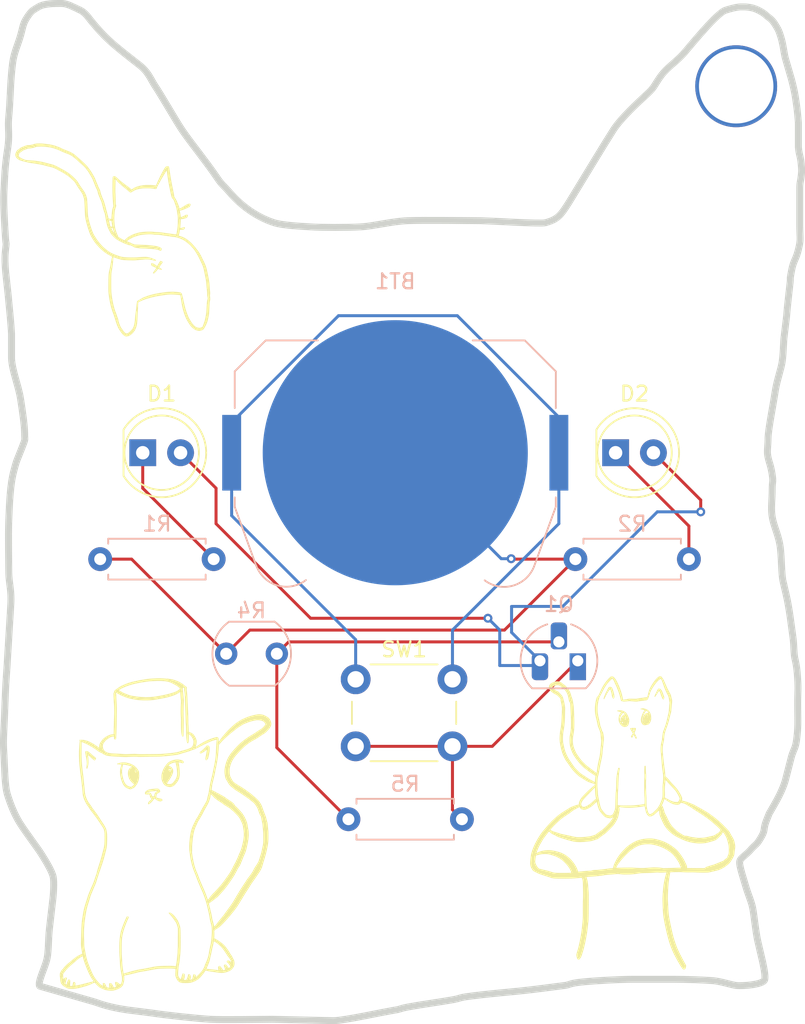
<source format=kicad_pcb>
(kicad_pcb (version 20240108) (generator "pcbnew") (generator_version "8.0")
  (layers (0 "F.Cu" signal) (31 "B.Cu" signal) (34 "B.Paste" user) (35 "F.Paste" user) (36 "B.SilkS" user "B.Silkscreen") (37 "F.SilkS" user "F.Silkscreen") (38 "B.Mask" user) (39 "F.Mask" user) (44 "Edge.Cuts" user))
  (net 0 "")
  (net 1 "Net-(BT1--)")
  (net 2 "Net-(BT1-+)")
  (net 3 "Net-(D1-K)")
  (net 4 "Net-(D1-A)")
  (net 5 "Net-(D2-K)")
  (net 6 "Net-(Q1-B)")
  (net 7 "Net-(Q1-C)")
  (footprint "LED_THT:LED_D5.0mm" (layer "F.Cu") (at 145.89125 99.21875)
    (property "Reference" "D1" (at 1.27 -3.96 0) (layer "F.SilkS"))
    (property "Value" "LED")
    (pad "1" thru_hole rect (at 0 0) (size 1.8 1.8) (drill 0.9) (layers "*.Cu" "*.Mask") (net 3 "Net-(D1-K)"))
    (pad "2" thru_hole circle (at 2.54 0) (size 1.8 1.8) (drill 0.9) (layers "*.Cu" "*.Mask") (net 4 "Net-(D1-A)"))
  )
  (footprint "LOGO" (layer "F.Cu") (at 178.59375 124.61875)
    (property "Reference" "G***" (hide yes))
    (property "Value" "LOGO" (hide yes))
  )
  (footprint "Button_Switch_THT:SW_PUSH_6mm" (layer "F.Cu") (at 160.1875 114.43125)
    (property "Reference" "SW1" (at 3.25 -2 0) (layer "F.SilkS"))
    (property "Value" "SW_Push")
    (pad "1" thru_hole circle (at 0 0 90) (size 2 2) (drill 1.1) (layers "*.Cu" "*.Mask") (net 2 "Net-(BT1-+)"))
    (pad "1" thru_hole circle (at 6.5 0 90) (size 2 2) (drill 1.1) (layers "*.Cu" "*.Mask") (net 2 "Net-(BT1-+)"))
    (pad "2" thru_hole circle (at 0 4.5 90) (size 2 2) (drill 1.1) (layers "*.Cu" "*.Mask") (net 7 "Net-(Q1-C)"))
    (pad "2" thru_hole circle (at 6.5 4.5 90) (size 2 2) (drill 1.1) (layers "*.Cu" "*.Mask") (net 7 "Net-(Q1-C)"))
  )
  (footprint "LED_THT:LED_D5.0mm" (layer "F.Cu") (at 177.64125 99.21875)
    (property "Reference" "D2" (at 1.27 -3.96 0) (layer "F.SilkS"))
    (property "Value" "LED")
    (pad "1" thru_hole rect (at 0 0) (size 1.8 1.8) (drill 0.9) (layers "*.Cu" "*.Mask") (net 5 "Net-(D2-K)"))
    (pad "2" thru_hole circle (at 2.54 0) (size 1.8 1.8) (drill 0.9) (layers "*.Cu" "*.Mask") (net 4 "Net-(D1-A)"))
  )
  (footprint "LOGO" (layer "F.Cu") (at 146.05 86.51875)
    (property "Reference" "G***" (hide yes))
    (property "Value" "LOGO" (hide yes))
  )
  (footprint "LOGO" (layer "F.Cu") (at 147.6375 124.61875)
    (property "Reference" "G***" (hide yes))
    (property "Value" "LOGO" (hide yes))
  )
  (footprint "Battery:BatteryHolder_Keystone_3034_1x20mm" (layer "B.Cu") (at 162.84625 99.21875 180)
    (property "Reference" "BT1" (at 0 11.5 0) (layer "B.SilkS") (effects (justify mirror)))
    (property "Value" "Battery_Cell")
    (pad "1" smd rect (at -10.985 0 180) (size 1.27 5.08) (layers "B.Cu" "B.Paste" "B.Mask") (net 2 "Net-(BT1-+)"))
    (pad "1" smd rect (at 10.985 0 180) (size 1.27 5.08) (layers "B.Cu" "B.Paste" "B.Mask") (net 2 "Net-(BT1-+)"))
    (pad "2" smd circle (at 0 0 180) (size 17.8 17.8) (layers "B.Cu" "B.Mask") (net 1 "Net-(BT1--)"))
  )
  (footprint "Resistor_THT:R_Axial_DIN0207_L6.3mm_D2.5mm_P7.62mm_Horizontal" (layer "B.Cu") (at 167.3225 123.825 180)
    (property "Reference" "R5" (at 3.81 2.37 0) (layer "B.SilkS") (effects (justify mirror)))
    (property "Value" "10k")
    (pad "1" thru_hole circle (at 0 0 180) (size 1.6 1.6) (drill 0.8) (layers "*.Cu" "*.Mask") (net 7 "Net-(Q1-C)"))
    (pad "2" thru_hole oval (at 7.62 0 180) (size 1.6 1.6) (drill 0.8) (layers "*.Cu" "*.Mask") (net 6 "Net-(Q1-B)"))
  )
  (footprint "Resistor_THT:R_Axial_DIN0207_L6.3mm_D2.5mm_P7.62mm_Horizontal" (layer "B.Cu") (at 182.5625 106.3625 180)
    (property "Reference" "R2" (at 3.81 2.37 0) (layer "B.SilkS") (effects (justify mirror)))
    (property "Value" "220")
    (pad "1" thru_hole circle (at 0 0 180) (size 1.6 1.6) (drill 0.8) (layers "*.Cu" "*.Mask") (net 5 "Net-(D2-K)"))
    (pad "2" thru_hole oval (at 7.62 0 180) (size 1.6 1.6) (drill 0.8) (layers "*.Cu" "*.Mask") (net 1 "Net-(BT1--)"))
  )
  (footprint "OptoDevice:R_LDR_5.1x4.3mm_P3.4mm_Vertical" (layer "B.Cu") (at 154.89375 112.7125 180)
    (property "Reference" "R4" (at 1.7 2.9 0) (layer "B.SilkS") (effects (justify mirror)))
    (property "Value" "R_Photo")
    (pad "1" thru_hole circle (at 0 0 180) (size 1.5 1.5) (drill 0.8) (layers "*.Cu" "*.Mask") (net 6 "Net-(Q1-B)"))
    (pad "2" thru_hole circle (at 3.4 0 180) (size 1.5 1.5) (drill 0.8) (layers "*.Cu" "*.Mask") (net 1 "Net-(BT1--)"))
  )
  (footprint "Resistor_THT:R_Axial_DIN0207_L6.3mm_D2.5mm_P7.62mm_Horizontal" (layer "B.Cu") (at 150.65375 106.3625 180)
    (property "Reference" "R1" (at 3.81 2.37 0) (layer "B.SilkS") (effects (justify mirror)))
    (property "Value" "220")
    (pad "1" thru_hole circle (at 0 0 180) (size 1.6 1.6) (drill 0.8) (layers "*.Cu" "*.Mask") (net 3 "Net-(D1-K)"))
    (pad "2" thru_hole oval (at 7.62 0 180) (size 1.6 1.6) (drill 0.8) (layers "*.Cu" "*.Mask") (net 1 "Net-(BT1--)"))
  )
  (footprint "Package_TO_SOT_THT:TO-92L_HandSolder" (layer "B.Cu") (at 175.10125 113.18875 180)
    (property "Reference" "Q1" (at 1.27 3.8 0) (layer "B.SilkS") (effects (justify mirror)))
    (property "Value" "NPN")
    (pad "1" thru_hole rect (at 0 0 180) (size 1.1 1.8) (drill 0.75 (offset 0 -0.4)) (layers "*.Cu" "*.Mask") (net 7 "Net-(Q1-C)"))
    (pad "2" thru_hole roundrect (at 1.27 1.27 180) (size 1.1 1.8) (drill 0.75 (offset 0 0.4)) (layers "*.Cu" "*.Mask") (net 6 "Net-(Q1-B)"))
    (pad "3" thru_hole roundrect (at 2.54 0 180) (size 1.1 1.8) (drill 0.75 (offset 0 -0.4)) (layers "*.Cu" "*.Mask") (net 4 "Net-(D1-A)"))
  )
  (gr_poly (pts (xy 140.49375 69.05625) (xy 140.570415 69.063914) (xy 140.646266 69.07619) (xy 140.721439 69.092672) (xy 140.79607 69.112952) (xy 140.870293 69.136623) (xy 140.944246 69.163278) (xy 141.018062 69.192511) (xy 141.165831 69.25708) (xy 141.314685 69.327076) (xy 141.465709 69.399242) (xy 141.619989 69.470323) (xy 141.658387 69.488088) (xy 141.695479 69.506632) (xy 141.731316 69.525923) (xy 141.765949 69.545926) (xy 141.831808 69.587932) (xy 141.893461 69.63238) (xy 141.951316 69.678999) (xy 142.00578 69.727517) (xy 142.057259 69.777662) (xy 142.106161 69.829164) (xy 142.152893 69.881752) (xy 142.197861 69.935153) (xy 142.284135 70.043311) (xy 142.368238 70.15147) (xy 142.453427 70.257459) (xy 142.661063 70.505609) (xy 142.789569 70.655457) (xy 142.933811 70.818871) (xy 143.093246 70.993137) (xy 143.267331 71.175542) (xy 143.455523 71.363373) (xy 143.657281 71.553917) (xy 143.875769 71.748892) (xy 144.11162 71.950378) (xy 144.360494 72.156206) (xy 144.618049 72.364203) (xy 145.141841 72.778028) (xy 145.64827 73.17449) (xy 145.763506 73.268959) (xy 145.866939 73.361597) (xy 145.959792 73.452743) (xy 146.043285 73.542736) (xy 146.118639 73.631915) (xy 146.187075 73.720619) (xy 146.249813 73.809188) (xy 146.308075 73.89796) (xy 146.363081 73.987274) (xy 146.416053 74.077471) (xy 146.520775 74.261865) (xy 146.632009 74.453856) (xy 146.693119 74.553548) (xy 146.75952 74.656156) (xy 146.920402 74.906477) (xy 147.117638 75.226251) (xy 147.575595 75.987341) (xy 148.042233 76.765795) (xy 148.250321 77.107273) (xy 148.426395 77.387979) (xy 148.591347 77.635858) (xy 148.773661 77.895132) (xy 148.973339 78.168513) (xy 149.19038 78.458715) (xy 149.676551 79.100433) (xy 150.232176 79.841989) (xy 150.370303 80.030058) (xy 150.490727 80.196218) (xy 150.595279 80.342438) (xy 150.685792 80.470685) (xy 150.944071 80.843272) (xy 150.991854 80.911154) (xy 151.036584 80.972863) (xy 151.080094 81.030368) (xy 151.124215 81.085634) (xy 151.170777 81.140629) (xy 151.221612 81.19732) (xy 151.278551 81.257673) (xy 151.343426 81.323656) (xy 151.478987 81.464914) (xy 151.611834 81.611597) (xy 151.893264 81.925583) (xy 152.053784 82.095056) (xy 152.141606 82.183387) (xy 152.235465 82.274295) (xy 152.336107 82.367917) (xy 152.444277 82.464387) (xy 152.560722 82.563841) (xy 152.686187 82.666416) (xy 152.816909 82.768425) (xy 152.948445 82.866094) (xy 153.080524 82.959421) (xy 153.212873 83.048408) (xy 153.345223 83.133054) (xy 153.477302 83.21336) (xy 153.608837 83.289324) (xy 153.739559 83.360948) (xy 153.869196 83.42823) (xy 153.997476 83.491172) (xy 154.124129 83.549773) (xy 154.248882 83.604034) (xy 154.371465 83.653953) (xy 154.491606 83.699532) (xy 154.609034 83.74077) (xy 154.723478 83.777667) (xy 154.842602 83.810799) (xy 154.973256 83.84088) (xy 155.113949 83.868111) (xy 155.263187 83.892698) (xy 155.581333 83.93475) (xy 155.915757 83.968662) (xy 156.254522 83.996063) (xy 156.58569 84.018581) (xy 157.177489 84.055478) (xy 157.484059 84.070671) (xy 157.867679 84.081524) (xy 158.77491 84.090205) (xy 159.716868 84.081524) (xy 160.143896 84.070671) (xy 160.511238 84.055478) (xy 160.679875 84.043677) (xy 160.855429 84.026178) (xy 161.22458 83.977344) (xy 162.016056 83.847119) (xy 162.42753 83.778752) (xy 162.842259 83.716895) (xy 163.254818 83.66806) (xy 163.458588 83.650561) (xy 163.65978 83.63876) (xy 164.153639 83.625466) (xy 164.797799 83.619226) (xy 166.304787 83.621397) (xy 168.567799 83.63876) (xy 169.436687 83.673486) (xy 170.830814 83.74294) (xy 171.54714 83.774411) (xy 172.181532 83.79503) (xy 172.662911 83.798286) (xy 172.824008 83.791367) (xy 172.920195 83.777667) (xy 173.041738 83.742488) (xy 173.163281 83.704596) (xy 173.224053 83.683785) (xy 173.284824 83.661278) (xy 173.345596 83.636737) (xy 173.406368 83.609821) (xy 173.467139 83.580193) (xy 173.527911 83.547512) (xy 173.588683 83.511441) (xy 173.649454 83.471638) (xy 173.710226 83.427767) (xy 173.770997 83.379486) (xy 173.831769 83.326458) (xy 173.89254 83.268343) (xy 173.955923 83.200223) (xy 174.024121 83.118404) (xy 174.096525 83.024375) (xy 174.172523 82.91963) (xy 174.332862 82.68396) (xy 174.500255 82.42333) (xy 174.836669 81.87494) (xy 175.142697 81.369957) (xy 176.271309 79.517875) (xy 176.972352 78.374792) (xy 177.504102 77.526885) (xy 177.606892 77.376245) (xy 177.723042 77.220315) (xy 177.850724 77.060315) (xy 177.988104 76.897467) (xy 178.133351 76.73299) (xy 178.284636 76.568107) (xy 178.597989 76.242003) (xy 178.913512 75.928921) (xy 179.216555 75.638629) (xy 179.726602 75.165479) (xy 179.823479 75.075147) (xy 179.906927 74.994107) (xy 179.978709 74.920799) (xy 180.040588 74.853663) (xy 180.094328 74.79114) (xy 180.141693 74.731668) (xy 180.184445 74.673689) (xy 180.224349 74.615642) (xy 180.302665 74.493104) (xy 180.390747 74.351575) (xy 180.502705 74.178576) (xy 180.572045 74.076374) (xy 180.652644 73.961625) (xy 180.741043 73.843722) (xy 180.832426 73.732466) (xy 180.926522 73.626907) (xy 181.02306 73.526096) (xy 181.121768 73.429083) (xy 181.222375 73.334919) (xy 181.428203 73.151339) (xy 181.638371 72.967758) (xy 181.85071 72.776581) (xy 181.957015 72.67577) (xy 182.063048 72.570211) (xy 182.168539 72.458955) (xy 182.273216 72.341052) (xy 182.856334 71.652309) (xy 183.235252 71.211354) (xy 183.639129 70.755206) (xy 183.842627 70.532965) (xy 184.043005 70.320762) (xy 184.237144 70.12321) (xy 184.421922 69.94492) (xy 184.594221 69.790504) (xy 184.75092 69.664575) (xy 184.822444 69.613734) (xy 184.888899 69.571745) (xy 184.949893 69.539183) (xy 185.005038 69.516625) (xy 185.107025 69.483504) (xy 185.204536 69.453503) (xy 185.297434 69.426485) (xy 185.385585 69.402317) (xy 185.468852 69.380862) (xy 185.5471 69.361984) (xy 185.620193 69.345547) (xy 185.687996 69.331417) (xy 185.750373 69.319457) (xy 185.807187 69.309532) (xy 185.903589 69.295243) (xy 185.976116 69.287466) (xy 186.023683 69.285115) (xy 186.255197 69.285115) (xy 186.345992 69.287285) (xy 186.443298 69.293797) (xy 186.544945 69.304649) (xy 186.648763 69.319841) (xy 186.700807 69.329066) (xy 186.752581 69.339375) (xy 186.803811 69.35077) (xy 186.854228 69.36325) (xy 186.903559 69.376815) (xy 186.951534 69.391465) (xy 186.997881 69.4072) (xy 187.042329 69.424021) (xy 187.086755 69.442436) (xy 187.132945 69.462817) (xy 187.18049 69.484962) (xy 187.228986 69.508667) (xy 187.278024 69.533729) (xy 187.327197 69.559943) (xy 187.3761 69.587107) (xy 187.424323 69.615017) (xy 187.471462 69.64347) (xy 187.517108 69.672262) (xy 187.560855 69.701189) (xy 187.602296 69.730049) (xy 187.641024 69.758637) (xy 187.676632 69.786751) (xy 187.708713 69.814186) (xy 187.73686 69.84074) (xy 187.763968 69.866321) (xy 187.79311 69.891292) (xy 187.856957 69.941302) (xy 187.927315 69.994568) (xy 187.964596 70.023608) (xy 188.003098 70.054887) (xy 188.042686 70.088879) (xy 188.083223 70.126058) (xy 188.124574 70.1669) (xy 188.166603 70.21188) (xy 188.209175 70.261472) (xy 188.252154 70.31615) (xy 188.295405 70.37639) (xy 188.338791 70.442667) (xy 188.417468 70.569817) (xy 188.482037 70.678518) (xy 188.510049 70.728325) (xy 188.535754 70.776367) (xy 188.559561 70.823597) (xy 188.581875 70.870961) (xy 188.603104 70.919411) (xy 188.623655 70.969896) (xy 188.643935 71.023365) (xy 188.66435 71.080767) (xy 188.707215 71.211173) (xy 188.755505 71.368708) (xy 188.780499 71.456022) (xy 188.803526 71.54415) (xy 188.844494 71.721762) (xy 188.880035 71.899374) (xy 188.911777 72.074815) (xy 188.970379 72.410505) (xy 189.000494 72.566413) (xy 189.033322 72.711469) (xy 189.450037 74.146833) (xy 189.519491 74.421029) (xy 189.588945 74.708246) (xy 189.623672 74.866234) (xy 189.658399 75.038872) (xy 189.693126 75.229959) (xy 189.727853 75.443292) (xy 189.789346 75.865798) (xy 189.814938 76.061858) (xy 189.837818 76.253578) (xy 189.858527 76.445297) (xy 189.877609 76.641358) (xy 189.913059 77.063864) (xy 189.913059 78.684437) (xy 189.922261 78.782886) (xy 189.932412 78.870821) (xy 189.943378 78.949668) (xy 189.955021 79.020851) (xy 189.967207 79.085794) (xy 189.9798 79.145921) (xy 190.005665 79.257425) (xy 190.031529 79.36676) (xy 190.044122 79.424174) (xy 190.056309 79.485319) (xy 190.067952 79.551618) (xy 190.078917 79.624496) (xy 190.089069 79.705378) (xy 190.09827 79.795687) (xy 190.124313 80.089416) (xy 190.130823 80.187989) (xy 190.132451 80.230425) (xy 190.132994 80.270283) (xy 190.132451 80.309057) (xy 190.130823 80.348237) (xy 190.124313 80.433787) (xy 190.113462 80.538871) (xy 190.09827 80.675426) (xy 190.0896 80.747875) (xy 190.080997 80.810082) (xy 190.064267 80.910555) (xy 190.034604 81.063207) (xy 190.022757 81.142517) (xy 190.017817 81.188853) (xy 190.013623 81.241904) (xy 190.010243 81.303365) (xy 190.007745 81.374932) (xy 190.006196 81.4583) (xy 190.005665 81.555166) (xy 190.005665 83.870271) (xy 190.00666 84.049239) (xy 190.009282 84.205961) (xy 190.017241 84.463516) (xy 190.025199 84.664641) (xy 190.027821 84.750824) (xy 190.028816 84.831039) (xy 190.027641 84.907998) (xy 190.023752 84.984414) (xy 190.016608 85.063001) (xy 190.005665 85.146471) (xy 189.990381 85.237538) (xy 189.970214 85.338915) (xy 189.944621 85.453313) (xy 189.913059 85.583448) (xy 189.878864 85.713514) (xy 189.845687 85.827438) (xy 189.813459 85.927525) (xy 189.782112 86.016083) (xy 189.75158 86.095415) (xy 189.721793 86.16783) (xy 189.664186 86.30113) (xy 189.60875 86.434429) (xy 189.581676 86.506844) (xy 189.554941 86.586177) (xy 189.528478 86.674734) (xy 189.502218 86.774822) (xy 189.476093 86.888745) (xy 189.450037 87.018812) (xy 189.408077 87.246343) (xy 189.383479 87.389229) (xy 189.376336 87.43639) (xy 189.371905 87.471342) (xy 189.369644 87.497071) (xy 189.369011 87.516559) (xy 189.371906 87.5918) (xy 189.371273 87.624853) (xy 189.369012 87.669573) (xy 189.364581 87.728943) (xy 189.357436 87.805947) (xy 189.241679 88.830381) (xy 189.175119 89.453288) (xy 189.147265 89.752533) (xy 189.125922 90.028447) (xy 188.940717 91.556415) (xy 188.882838 92.557698) (xy 188.862942 92.793097) (xy 188.836535 93.021442) (xy 188.820212 93.1328) (xy 188.801446 93.242191) (xy 188.779968 93.349547) (xy 188.755505 93.4548) (xy 188.529785 94.299814) (xy 188.474711 94.519206) (xy 188.423435 94.744024) (xy 188.377586 94.975354) (xy 188.338791 95.21428) (xy 188.227376 95.887107) (xy 188.072553 96.776975) (xy 187.997854 97.230049) (xy 187.935093 97.649481) (xy 187.891866 98.005971) (xy 187.879951 98.151456) (xy 187.875768 98.270219) (xy 187.874751 98.371244) (xy 187.87197 98.466369) (xy 187.862746 98.641358) (xy 187.841041 98.947385) (xy 187.837311 99.018297) (xy 187.835073 99.088191) (xy 187.834733 99.157678) (xy 187.8367 99.227368) (xy 187.84138 99.297872) (xy 187.84918 99.369801) (xy 187.860507 99.443764) (xy 187.875768 99.520373) (xy 187.910495 99.665067) (xy 187.945222 99.792398) (xy 188.014674 100.029697) (xy 188.0494 100.157027) (xy 188.084126 100.301722) (xy 188.10149 100.383293) (xy 188.118853 100.472461) (xy 188.136216 100.57031) (xy 188.15358 100.677927) (xy 188.168841 100.78145) (xy 188.180168 100.868018) (xy 188.187968 100.940206) (xy 188.192648 101.000593) (xy 188.194615 101.051756) (xy 188.194276 101.096272) (xy 188.192037 101.136718) (xy 188.188307 101.175672) (xy 188.177997 101.259414) (xy 188.166602 101.368115) (xy 188.161515 101.438269) (xy 188.157378 101.522395) (xy 188.154597 101.62307) (xy 188.15358 101.742872) (xy 188.149781 101.993193) (xy 188.140557 102.226151) (xy 188.118853 102.657339) (xy 188.112884 102.864252) (xy 188.112545 102.967437) (xy 188.114512 103.071164) (xy 188.119192 103.175977) (xy 188.126992 103.282417) (xy 188.138319 103.391028) (xy 188.15358 103.502352) (xy 188.173035 103.614207) (xy 188.196355 103.724367) (xy 188.223067 103.833306) (xy 188.252696 103.941499) (xy 188.318803 104.157545) (xy 188.390879 104.376305) (xy 188.465125 104.601575) (xy 188.537744 104.837155) (xy 188.572256 104.959998) (xy 188.604936 105.086843) (xy 188.635311 105.218164) (xy 188.662905 105.354437) (xy 188.68687 105.499018) (xy 188.707036 105.653772) (xy 188.738144 105.986749) (xy 188.760571 106.339259) (xy 188.778657 106.697196) (xy 188.796744 107.046451) (xy 188.819172 107.372917) (xy 188.83337 107.523195) (xy 188.850281 107.662486) (xy 188.870448 107.789026) (xy 188.894414 107.901051) (xy 188.949398 108.121709) (xy 188.952292 108.138349) (xy 188.972548 108.233123) (xy 189.07962 108.688185) (xy 189.162187 109.064119) (xy 189.236614 109.455788) (xy 189.303445 109.852882) (xy 189.363222 110.245094) (xy 189.542642 111.558915) (xy 189.558446 111.677802) (xy 189.571401 111.791601) (xy 189.590392 112.005296) (xy 189.602872 112.202713) (xy 189.612096 112.386565) (xy 189.621321 112.559565) (xy 189.633801 112.724425) (xy 189.642279 112.804651) (xy 189.652792 112.88386) (xy 189.665747 112.96239) (xy 189.681551 113.040581) (xy 189.743043 113.329246) (xy 189.768636 113.467881) (xy 189.791515 113.613569) (xy 189.812224 113.774451) (xy 189.831306 113.958664) (xy 189.849303 114.174349) (xy 189.866756 114.429643) (xy 189.880051 114.675985) (xy 189.88629 114.872407) (xy 189.887104 115.038444) (xy 189.88412 115.193628) (xy 189.873268 115.549575) (xy 189.868656 115.789405) (xy 189.866756 116.096517) (xy 189.878332 117.219344) (xy 189.8758 117.462068) (xy 189.866756 117.711303) (xy 189.849031 117.977902) (xy 189.820454 118.272717) (xy 189.803068 118.41853) (xy 189.785548 118.545013) (xy 189.767755 118.65454) (xy 189.749556 118.749484) (xy 189.730813 118.83222) (xy 189.711393 118.905121) (xy 189.691158 118.970561) (xy 189.669974 119.030914) (xy 189.647705 119.088554) (xy 189.624214 119.145855) (xy 189.573028 119.268935) (xy 189.545061 119.339462) (xy 189.515331 119.419145) (xy 189.483701 119.510359) (xy 189.450037 119.615476) (xy 189.033322 121.236047) (xy 188.987313 121.383025) (xy 188.936557 121.528511) (xy 188.881731 121.672097) (xy 188.823514 121.813378) (xy 188.762584 121.951945) (xy 188.69962 122.087392) (xy 188.635299 122.219313) (xy 188.5703 122.347299) (xy 188.440979 122.589843) (xy 188.317085 122.811768) (xy 188.107277 123.180738) (xy 188.038277 123.301739) (xy 187.998034 123.367394) (xy 187.976239 123.400493) (xy 187.962583 123.423824) (xy 187.946757 123.460179) (xy 187.918451 123.532345) (xy 187.783163 123.875269) (xy 187.736782 123.99662) (xy 187.700778 124.101625) (xy 187.673591 124.192386) (xy 187.653662 124.271007) (xy 187.63943 124.33959) (xy 187.629335 124.400237) (xy 187.615318 124.506134) (xy 187.608275 124.55559) (xy 187.59913 124.60552) (xy 187.586322 124.658028) (xy 187.568292 124.715216) (xy 187.543479 124.779186) (xy 187.510324 124.852042) (xy 187.467266 124.935885) (xy 187.412746 125.032818) (xy 187.355603 125.129164) (xy 187.305039 125.211064) (xy 187.260037 125.280348) (xy 187.219579 125.338847) (xy 187.182649 125.388394) (xy 187.148227 125.430819) (xy 187.115298 125.467953) (xy 187.082844 125.501628) (xy 187.049847 125.533676) (xy 187.01529 125.565927) (xy 186.937426 125.638364) (xy 186.892085 125.682213) (xy 186.841114 125.733591) (xy 186.783496 125.794329) (xy 186.718214 125.866258) (xy 186.683631 125.904522) (xy 186.64936 125.941227) (xy 186.581931 126.010228) (xy 186.516264 126.073803) (xy 186.452701 126.132495) (xy 186.391579 126.186845) (xy 186.333238 126.237398) (xy 186.226255 126.329278) (xy 186.178291 126.371692) (xy 186.134464 126.412477) (xy 186.095114 126.452178) (xy 186.077224 126.47179) (xy 186.06058 126.491336) (xy 186.045224 126.510881) (xy 186.0312 126.530494) (xy 186.018549 126.550242) (xy 186.007314 126.570194) (xy 185.997537 126.590418) (xy 185.989261 126.61098) (xy 185.982528 126.63195) (xy 185.97738 126.653394) (xy 185.971367 126.700578) (xy 185.970509 126.755222) (xy 185.974534 126.817191) (xy 185.98317 126.88635) (xy 185.996148 126.962563) (xy 186.013195 127.045694) (xy 186.058412 127.232168) (xy 186.116651 127.444687) (xy 186.185742 127.682166) (xy 186.347797 128.227663) (xy 186.390652 128.369983) (xy 186.432354 128.502401) (xy 186.512027 128.741327) (xy 186.654551 129.14213) (xy 186.716317 129.3192) (xy 186.771029 129.490844) (xy 186.795571 129.577005) (xy 186.818146 129.664658) (xy 186.838685 129.754753) (xy 186.857123 129.848239) (xy 186.89194 130.059401) (xy 186.9273 130.304747) (xy 187.001816 130.861094) (xy 187.085015 131.443487) (xy 187.131227 131.721389) (xy 187.181237 131.97813) (xy 187.516928 133.419286) (xy 187.595424 133.810774) (xy 187.626398 133.992173) (xy 187.650046 134.159396) (xy 187.665013 134.308985) (xy 187.669942 134.43748) (xy 187.663476 134.541422) (xy 187.655547 134.583105) (xy 187.64426 134.617352) (xy 187.627644 134.647063) (xy 187.604118 134.675433) (xy 187.574098 134.702482) (xy 187.537999 134.728224) (xy 187.496237 134.752678) (xy 187.449227 134.77586) (xy 187.341125 134.818477) (xy 187.217015 134.856211) (xy 187.080223 134.889196) (xy 186.93407 134.91757) (xy 186.781882 134.941467) (xy 186.62698 134.961024) (xy 186.472688 134.976375) (xy 186.179231 134.995004) (xy 185.928096 134.998441) (xy 185.826708 134.994801) (xy 185.745872 134.987769) (xy 185.673253 134.977008) (xy 185.594666 134.962448) (xy 185.421757 134.924103) (xy 185.02819 134.82571) (xy 184.816213 134.774344) (xy 184.599896 134.727318) (xy 184.491467 134.70679) (xy 184.383579 134.688975) (xy 184.276778 134.674416) (xy 184.171603 134.663655) (xy 183.642745 134.629652) (xy 182.96196 134.599989) (xy 182.237766 134.579008) (xy 181.578684 134.57105) (xy 178.800559 134.57105) (xy 178.450129 134.57521) (xy 178.037299 134.586966) (xy 177.104746 134.628927) (xy 176.163512 134.688251) (xy 175.73983 134.721711) (xy 175.374206 134.756255) (xy 175.220299 134.773608) (xy 175.087079 134.790892) (xy 174.972443 134.808041) (xy 174.874288 134.824986) (xy 174.790513 134.84166) (xy 174.719014 134.857995) (xy 174.657688 134.873923) (xy 174.604434 134.889376) (xy 174.430078 134.945084) (xy 174.385641 134.957146) (xy 174.33666 134.968326) (xy 174.281032 134.978556) (xy 174.216655 134.987769) (xy 172.920196 135.155614) (xy 172.015858 135.267752) (xy 171.207018 135.358186) (xy 169.702201 135.502878) (xy 168.889021 135.586078) (xy 168.058476 135.682301) (xy 167.710036 135.728421) (xy 167.580817 135.747615) (xy 167.476084 135.764774) (xy 167.391698 135.780306) (xy 167.323522 135.794617) (xy 167.219252 135.821204) (xy 167.130175 135.847792) (xy 167.023192 135.877635) (xy 166.952642 135.894795) (xy 166.865204 135.91399) (xy 166.756741 135.935627) (xy 166.623114 135.960112) (xy 165.946668 136.071525) (xy 165.170385 136.191621) (xy 164.402783 136.311719) (xy 163.752383 136.423135) (xy 163.625471 136.447608) (xy 163.520602 136.469164) (xy 163.43486 136.488144) (xy 163.365328 136.504885) (xy 163.309089 136.519727) (xy 163.263228 136.533009) (xy 163.190972 136.556251) (xy 163.125226 136.577322) (xy 163.087504 136.587891) (xy 163.04266 136.598935) (xy 162.987778 136.610794) (xy 162.919941 136.623805) (xy 162.836233 136.638308) (xy 162.733738 136.654643) (xy 161.94805 136.802232) (xy 160.754324 137.036636) (xy 160.126532 137.153838) (xy 159.543234 137.253677) (xy 159.053264 137.32313) (xy 158.858538 137.342392) (xy 158.705456 137.349175) (xy 154.584572 137.256569) (xy 152.518342 137.273933) (xy 151.309423 137.276103) (xy 150.803447 137.269863) (xy 150.417385 137.256569) (xy 150.047058 137.231066) (xy 149.581777 137.191457) (xy 148.49006 137.082936) (xy 147.389662 136.957052) (xy 146.913529 136.895738) (xy 146.52801 136.839849) (xy 144.832196 136.625704) (xy 144.32007 136.540967) (xy 144.05563 136.489069) (xy 143.786782 136.429643) (xy 143.514407 136.361806) (xy 143.239386 136.284677) (xy 142.962603 136.197374) (xy 142.684937 136.099015) (xy 138.980771 135.034072) (xy 138.96541 135.014307) (xy 138.953923 134.989895) (xy 138.946116 134.961074) (xy 138.941794 134.928083) (xy 138.942822 134.850536) (xy 138.955449 134.759152) (xy 138.978114 134.655831) (xy 139.009257 134.542472) (xy 139.047319 134.420975) (xy 139.090738 134.293237) (xy 139.286798 133.757869) (xy 139.376418 133.502123) (xy 139.413666 133.383881) (xy 139.443791 133.274593) (xy 139.467745 133.168265) (xy 139.487833 133.057731) (xy 139.504529 132.943129) (xy 139.518309 132.824592) (xy 139.539018 132.576261) (xy 139.553759 132.313822) (xy 139.580527 131.750962) (xy 139.600151 131.452712) (xy 139.629 131.144696) (xy 139.779482 129.836662) (xy 139.86051 129.153708) (xy 139.877495 128.974332) (xy 139.892357 128.781566) (xy 139.905804 128.548041) (xy 139.913589 128.294726) (xy 139.911466 128.042591) (xy 139.905362 127.923519) (xy 139.895188 127.812605) (xy 139.880415 127.712471) (xy 139.86051 127.625737) (xy 139.835104 127.545883) (xy 139.803426 127.460894) (xy 139.766174 127.371561) (xy 139.724046 127.278675) (xy 139.677742 127.183025) (xy 139.62796 127.085404) (xy 139.520754 126.887406) (xy 139.408015 126.691005) (xy 139.295332 126.502527) (xy 139.092479 126.174633) (xy 139.073375 126.144069) (xy 138.964312 125.978756) (xy 138.817266 125.767865) (xy 138.448297 125.252754) (xy 138.044601 124.685554) (xy 137.854147 124.409551) (xy 137.684312 124.153081) (xy 137.607794 124.030509) (xy 137.534464 123.906106) (xy 137.464253 123.780211) (xy 137.397095 123.653163) (xy 137.332921 123.525301) (xy 137.271664 123.396965) (xy 137.157627 123.140223) (xy 137.054443 122.885652) (xy 136.961567 122.635965) (xy 136.878459 122.393874) (xy 136.804575 122.162093) (xy 136.771962 122.041906) (xy 136.743351 121.908153) (xy 136.718403 121.762464) (xy 136.696778 121.606466) (xy 136.662142 121.270052) (xy 136.63673 120.911934) (xy 136.573064 119.522871) (xy 136.547019 119.045383) (xy 136.540507 118.861984) (xy 136.538336 118.689436) (xy 136.540506 118.508207) (xy 136.547017 118.298763) (xy 136.573064 117.717094) (xy 136.600558 117.115165) (xy 136.619367 116.652143) (xy 136.665668 115.448289) (xy 136.683032 115.054449) (xy 136.700396 114.728435) (xy 136.735122 114.20392) (xy 136.769848 113.722813) (xy 136.787211 113.45106) (xy 136.804575 113.133186) (xy 137.036085 109.336416) (xy 137.042156 109.168028) (xy 137.043411 109.009407) (xy 137.04046 108.859468) (xy 137.033915 108.717125) (xy 137.024386 108.581294) (xy 137.012482 108.450888) (xy 136.983995 108.202014) (xy 136.953338 107.961822) (xy 136.925394 107.72163) (xy 136.913965 107.598821) (xy 136.905046 107.472757) (xy 136.899247 107.342351) (xy 136.897179 107.206519) (xy 136.879816 105.62646) (xy 136.877645 104.660628) (xy 136.883885 104.185037) (xy 136.897179 103.733863) (xy 136.898469 103.701638) (xy 136.936016 102.838649) (xy 136.960302 102.411793) (xy 136.991079 101.993657) (xy 137.030455 101.588461) (xy 137.080542 101.200425) (xy 137.110262 101.014162) (xy 137.143451 100.833771) (xy 137.180373 100.659781) (xy 137.221292 100.492718) (xy 137.296352 100.210655) (xy 137.352963 100.007269) (xy 137.398723 99.857059) (xy 137.441226 99.734521) (xy 137.730614 99.01105) (xy 137.833618 98.746893) (xy 137.903524 98.564669) (xy 137.92793 98.49733) (xy 137.946299 98.442131) (xy 137.959378 98.396293) (xy 137.967913 98.357033) (xy 137.972649 98.321572) (xy 137.974333 98.287128) (xy 137.973712 98.25092) (xy 137.97153 98.210168) (xy 137.965471 98.103909) (xy 137.963086 98.032839) (xy 137.962125 97.946102) (xy 137.955885 97.734487) (xy 137.93825 97.485975) (xy 137.910849 97.207078) (xy 137.875309 96.904306) (xy 137.786322 96.253183) (xy 137.684312 95.584697) (xy 137.65517 95.418717) (xy 137.620466 95.250906) (xy 137.538172 94.911146) (xy 137.348623 94.224573) (xy 137.256561 93.883186) (xy 137.176437 93.546682) (xy 137.143226 93.38111) (xy 137.115847 93.217775) (xy 137.095251 93.057018) (xy 137.082387 92.899177) (xy 137.082387 91.232301) (xy 137.039703 90.624586) (xy 136.983995 89.982145) (xy 136.850877 88.593083) (xy 136.68882 87.105628) (xy 136.659157 86.740547) (xy 136.642517 86.385775) (xy 136.640437 86.213442) (xy 136.64324 86.045111) (xy 136.65147 85.881257) (xy 136.665668 85.722353) (xy 136.711248 85.31504) (xy 136.718573 85.226686) (xy 136.719081 85.197329) (xy 136.717758 85.172516) (xy 136.698224 85.038674) (xy 136.68276 84.894975) (xy 136.674316 84.789925) (xy 136.665668 84.657405) (xy 136.625155 83.978791) (xy 136.58464 83.187315) (xy 136.569808 82.779097) (xy 136.561488 82.378475) (xy 136.56185 81.997387) (xy 136.573064 81.64777) (xy 136.602727 81.019075) (xy 136.63673 80.403402) (xy 136.662141 80.077388) (xy 136.696777 79.726958) (xy 136.743351 79.342886) (xy 136.804575 78.915948) (xy 136.835119 78.702253) (xy 136.857931 78.510805) (xy 136.873961 78.33889) (xy 136.884157 78.183796) (xy 136.88947 78.04281) (xy 136.890849 77.913218) (xy 136.889244 77.792308) (xy 136.885604 77.677367) (xy 136.876018 77.454538) (xy 136.869687 77.223028) (xy 136.870117 77.097235) (xy 136.874209 76.961132) (xy 136.882913 76.812007) (xy 136.897179 76.647146) (xy 136.927926 76.29771) (xy 136.952162 75.943933) (xy 136.989782 75.223357) (xy 137.027403 74.485417) (xy 137.051639 74.109936) (xy 137.082387 73.730115) (xy 137.115577 73.386105) (xy 137.148224 73.105037) (xy 137.16553 72.982001) (xy 137.184125 72.867377) (xy 137.204484 72.75872) (xy 137.227081 72.653591) (xy 137.252391 72.549547) (xy 137.280889 72.444147) (xy 137.313049 72.334948) (xy 137.349346 72.219509) (xy 137.436253 71.960145) (xy 137.545406 71.646521) (xy 137.601498 71.48131) (xy 137.649043 71.331902) (xy 137.689264 71.196737) (xy 137.72338 71.074256) (xy 137.778183 70.861104) (xy 137.823219 70.679965) (xy 137.845126 70.597501) (xy 137.868255 70.51836) (xy 137.893825 70.440983) (xy 137.923058 70.363809) (xy 137.957174 70.285278) (xy 137.997394 70.203831) (xy 138.04494 70.117908) (xy 138.101031 70.025948) (xy 138.159214 69.936238) (xy 138.212717 69.85738) (xy 138.262286 69.788288) (xy 138.308667 69.727879) (xy 138.352606 69.675065) (xy 138.39485 69.628763) (xy 138.436145 69.587887) (xy 138.477236 69.551352) (xy 138.518869 69.518072) (xy 138.561791 69.486963) (xy 138.606748 69.456939) (xy 138.654486 69.426915) (xy 138.888166 69.285115) (xy 138.961791 69.244363) (xy 139.04308 69.208698) (xy 139.131015 69.177781) (xy 139.22458 69.151273) (xy 139.322757 69.128834) (xy 139.424529 69.110126) (xy 139.528878 69.094808) (xy 139.634788 69.082543) (xy 139.741239 69.072991) (xy 139.847216 69.065813) (xy 140.053677 69.057222) (xy 140.246029 69.054057) (xy 140.416135 69.053604)) (stroke (width 0.46302) (color 232 0 0 1)) (fill none) (layer "Edge.Cuts"))
  (via (at 185.7375 74.6125) (size 5.5) (drill 5) (layers "F.Cu" "B.Cu") (net 0))
  (segment (start 153.08125 111.125) (end 151.49375 112.7125) (width 0.2) (layer "F.Cu") (net 1))
  (segment (start 143.03375 106.3625) (end 145.14375 106.3625) (width 0.2) (layer "F.Cu") (net 1))
  (segment (start 170.18 111.125) (end 153.08125 111.125) (width 0.2) (layer "F.Cu") (net 1))
  (segment (start 145.14375 106.3625) (end 151.49375 112.7125) (width 0.2) (layer "F.Cu") (net 1))
  (segment (start 170.62886 106.33511) (end 170.65625 106.3625) (width 0.2) (layer "F.Cu") (net 1))
  (segment (start 170.65625 106.3625) (end 174.9425 106.3625) (width 0.2) (layer "F.Cu") (net 1))
  (segment (start 174.9425 106.3625) (end 170.18 111.125) (width 0.2) (layer "F.Cu") (net 1))
  (via (at 170.62886 106.33511) (size 0.6) (drill 0.3) (layers "F.Cu" "B.Cu") (net 1))
  (segment (start 162.84625 99.21875) (end 169.96261 106.33511) (width 0.2) (layer "B.Cu") (net 1))
  (segment (start 169.96261 106.33511) (end 170.62886 106.33511) (width 0.2) (layer "B.Cu") (net 1))
  (segment (start 151.86125 97.192985) (end 159.035485 90.01875) (width 0.2) (layer "B.Cu") (net 2))
  (segment (start 166.6875 111.125) (end 166.6875 114.43125) (width 0.2) (layer "B.Cu") (net 2))
  (segment (start 151.86125 99.21875) (end 151.86125 103.4425) (width 0.2) (layer "B.Cu") (net 2))
  (segment (start 160.1875 111.76875) (end 160.1875 114.43125) (width 0.2) (layer "B.Cu") (net 2))
  (segment (start 151.86125 99.21875) (end 151.86125 97.192985) (width 0.2) (layer "B.Cu") (net 2))
  (segment (start 151.86125 103.4425) (end 160.1875 111.76875) (width 0.2) (layer "B.Cu") (net 2))
  (segment (start 173.83125 96.8375) (end 173.83125 99.21875) (width 0.2) (layer "B.Cu") (net 2))
  (segment (start 173.83125 103.98125) (end 166.6875 111.125) (width 0.2) (layer "B.Cu") (net 2))
  (segment (start 173.83125 99.21875) (end 173.83125 103.98125) (width 0.2) (layer "B.Cu") (net 2))
  (segment (start 159.035485 90.01875) (end 167.0125 90.01875) (width 0.2) (layer "B.Cu") (net 2))
  (segment (start 167.0125 90.01875) (end 173.83125 96.8375) (width 0.2) (layer "B.Cu") (net 2))
  (segment (start 145.89125 99.21875) (end 145.89125 101.6) (width 0.2) (layer "F.Cu") (net 3))
  (segment (start 145.89125 101.6) (end 150.65375 106.3625) (width 0.2) (layer "F.Cu") (net 3))
  (segment (start 148.43125 99.21875) (end 150.8125 101.6) (width 0.2) (layer "F.Cu") (net 4))
  (segment (start 183.35625 102.39375) (end 183.35625 103.1875) (width 0.2) (layer "F.Cu") (net 4))
  (segment (start 150.8125 101.6) (end 150.8125 103.98125) (width 0.2) (layer "F.Cu") (net 4))
  (segment (start 150.8125 103.98125) (end 157.1625 110.33125) (width 0.2) (layer "F.Cu") (net 4))
  (segment (start 180.18125 99.21875) (end 183.35625 102.39375) (width 0.2) (layer "F.Cu") (net 4))
  (segment (start 157.1625 110.33125) (end 169.06875 110.33125) (width 0.2) (layer "F.Cu") (net 4))
  (via (at 183.35625 103.1875) (size 0.6) (drill 0.3) (layers "F.Cu" "B.Cu") (net 4))
  (via (at 169.06875 110.33125) (size 0.6) (drill 0.3) (layers "F.Cu" "B.Cu") (net 4))
  (segment (start 180.441708 103.1875) (end 174.091708 109.5375) (width 0.2) (layer "B.Cu") (net 4))
  (segment (start 174.091708 109.5375) (end 170.65625 109.5375) (width 0.2) (layer "B.Cu") (net 4))
  (segment (start 169.8625 111.125) (end 169.8625 113.50625) (width 0.2) (layer "B.Cu") (net 4))
  (segment (start 170.65625 111.28375) (end 172.56125 113.18875) (width 0.2) (layer "B.Cu") (net 4))
  (segment (start 183.35625 103.1875) (end 180.441708 103.1875) (width 0.2) (layer "B.Cu") (net 4))
  (segment (start 169.06875 110.33125) (end 169.8625 111.125) (width 0.2) (layer "B.Cu") (net 4))
  (segment (start 169.8625 113.50625) (end 172.24375 113.50625) (width 0.2) (layer "B.Cu") (net 4))
  (segment (start 170.65625 109.5375) (end 170.65625 111.28375) (width 0.2) (layer "B.Cu") (net 4))
  (segment (start 172.24375 113.50625) (end 172.56125 113.18875) (width 0.2) (layer "B.Cu") (net 4))
  (segment (start 182.5625 104.14) (end 177.64125 99.21875) (width 0.2) (layer "F.Cu") (net 5))
  (segment (start 182.5625 106.3625) (end 182.5625 104.14) (width 0.2) (layer "F.Cu") (net 5))
  (segment (start 154.89375 119.01625) (end 159.7025 123.825) (width 0.2) (layer "F.Cu") (net 6))
  (segment (start 155.6875 111.91875) (end 154.89375 112.7125) (width 0.2) (layer "F.Cu") (net 6))
  (segment (start 173.83125 111.91875) (end 155.6875 111.91875) (width 0.2) (layer "F.Cu") (net 6))
  (segment (start 154.89375 112.7125) (end 154.89375 119.01625) (width 0.2) (layer "F.Cu") (net 6))
  (segment (start 169.35875 118.93125) (end 166.6875 118.93125) (width 0.2) (layer "F.Cu") (net 7))
  (segment (start 175.10125 113.18875) (end 169.35875 118.93125) (width 0.2) (layer "F.Cu") (net 7))
  (segment (start 166.6875 118.93125) (end 166.6875 123.19) (width 0.2) (layer "F.Cu") (net 7))
  (segment (start 166.6875 123.19) (end 167.3225 123.825) (width 0.2) (layer "F.Cu") (net 7))
  (segment (start 166.6875 118.93125) (end 160.1875 118.93125) (width 0.2) (layer "F.Cu") (net 7))
)
</source>
